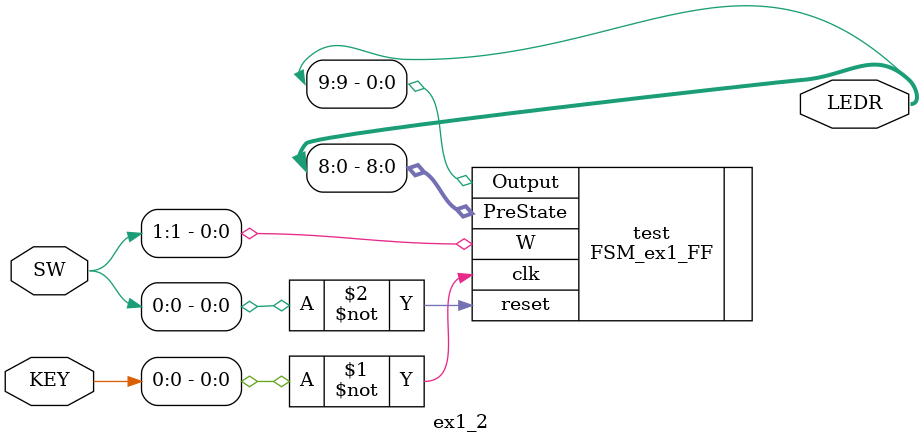
<source format=sv>

	module ex1_2 (
			input  logic [3:0] KEY,
			input  logic [1:0] SW,
			output logic [9:0] LEDR
	);
	// Reset switch is ACTIVE_LOW, therefore we inverted SW0
	FSM_ex1_FF			test(.clk(~KEY[0]), .reset(~SW[0]), .W(SW[1]),
								  .PreState(LEDR[8:0]), .Output(LEDR[9]) );

	endmodule
</source>
